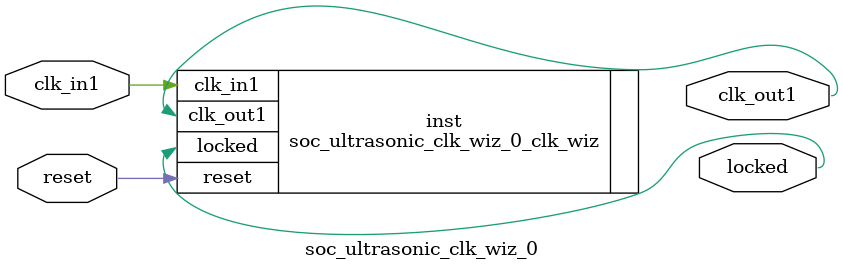
<source format=v>


`timescale 1ps/1ps

(* CORE_GENERATION_INFO = "soc_ultrasonic_clk_wiz_0,clk_wiz_v6_0_15_0_0,{component_name=soc_ultrasonic_clk_wiz_0,use_phase_alignment=true,use_min_o_jitter=false,use_max_i_jitter=false,use_dyn_phase_shift=false,use_inclk_switchover=false,use_dyn_reconfig=false,enable_axi=0,feedback_source=FDBK_AUTO,PRIMITIVE=MMCM,num_out_clk=1,clkin1_period=10.000,clkin2_period=10.000,use_power_down=false,use_reset=true,use_locked=true,use_inclk_stopped=false,feedback_type=SINGLE,CLOCK_MGR_TYPE=NA,manual_override=false}" *)

module soc_ultrasonic_clk_wiz_0 
 (
  // Clock out ports
  output        clk_out1,
  // Status and control signals
  input         reset,
  output        locked,
 // Clock in ports
  input         clk_in1
 );

  soc_ultrasonic_clk_wiz_0_clk_wiz inst
  (
  // Clock out ports  
  .clk_out1(clk_out1),
  // Status and control signals               
  .reset(reset), 
  .locked(locked),
 // Clock in ports
  .clk_in1(clk_in1)
  );

endmodule

</source>
